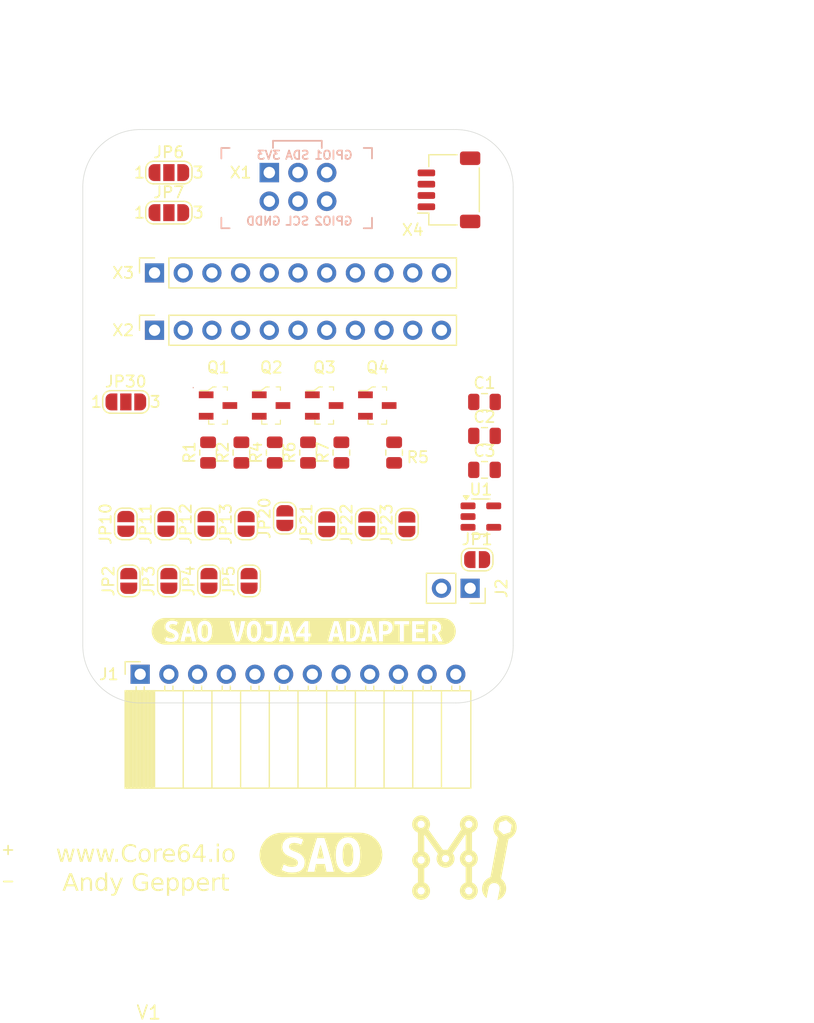
<source format=kicad_pcb>
(kicad_pcb (version 20240108) (generator "pcbnew") (generator_version "8.0")
  (title_block (title "Core4 SAO - PCB Layout") (date "2024-09-23") (rev "0.2") (company "Andy Geppert - Machine Ideas, LLC"))
  (layers (0 "F.Cu" signal) (31 "B.Cu" signal) (34 "B.Paste" user) (35 "F.Paste" user) (36 "B.SilkS" user "B.Silkscreen") (37 "F.SilkS" user "F.Silkscreen") (38 "B.Mask" user) (39 "F.Mask" user) (44 "Edge.Cuts" user))
  (net 0 "")
  (net 1 "VIN")
  (net 2 "/+BATT")
  (net 3 "Net-(U1-BP)")
  (net 4 "GND")
  (net 5 "/3V3R")
  (net 6 "/OUT1")
  (net 7 "/OUT0")
  (net 8 "/SAO_SCL")
  (net 9 "/IN0")
  (net 10 "/SAO_SDA")
  (net 11 "/IN1")
  (net 12 "/IN2")
  (net 13 "/SAO_GPIO1")
  (net 14 "/OUT2")
  (net 15 "/SAO_GPIO2")
  (net 16 "/IN3")
  (net 17 "/OUT3")
  (net 18 "/SPI_DC")
  (net 19 "/SPI_CS1")
  (net 20 "/SPI_CLK")
  (net 21 "/SPI_SDO")
  (net 24 "/SPI_CD")
  (net 25 "/SPI_SDI")
  (net 26 "/SPI_CS2")
  (net 27 "Net-(Q1-B)")
  (net 28 "/{slash}OUT0")
  (net 29 "Net-(Q3-B)")
  (net 30 "/{slash}OUT1")
  (net 31 "/QSPI_D1")
  (net 32 "/QSPI_D2")
  (net 33 "/SPI_RST")
  (footprint "Connector_PinSocket_2.54mm:PinSocket_1x02_P2.54mm_Vertical" (layer "F.Cu") (at 122.7582 146.1656 -90)
    (property "Reference" "J2" (at 0 -2.77 90) (layer "F.SilkS"))
    (property "Value" "BATTERY")
    (pad "1" thru_hole rect (at 0 0 270) (size 1.7 1.7) (drill 1) (layers "*.Cu" "*.Mask") (net 2 "/+BATT"))
    (pad "2" thru_hole oval (at 0 2.54 270) (size 1.7 1.7) (drill 1) (layers "*.Cu" "*.Mask") (net 4 "GND"))
  )
  (footprint "Jumper:SolderJumper-2_P1.3mm_Open_RoundedPad1.0x1.5mm" (layer "F.Cu") (at 92.5382 145.5156 90)
    (property "Reference" "JP2" (at 0 -1.8 90) (layer "F.SilkS"))
    (property "Value" "JP")
    (pad "1" smd custom (at -0.65 0 90) (size 1 0.5) (layers "F.Cu" "F.Mask") (net 6 "/OUT1") (options (clearance outline) (anchor rect)) (primitives (gr_circle (center 0 0.25) (end 0.5 0.25) (width 0) (fill yes)) (gr_circle (center 0 -0.25) (end 0.5 -0.25) (width 0) (fill yes)) (gr_poly (pts (xy 0.5 0.75) (xy 0 0.75) (xy 0 -0.75) (xy 0.5 -0.75)) (width 0) (fill yes))))
    (pad "2" smd custom (at 0.65 0 90) (size 1 0.5) (layers "F.Cu" "F.Mask") (net 6 "/OUT1") (options (clearance outline) (anchor rect)) (primitives (gr_circle (center 0 0.25) (end 0.5 0.25) (width 0) (fill yes)) (gr_circle (center 0 -0.25) (end 0.5 -0.25) (width 0) (fill yes)) (gr_poly (pts (xy 0 0.75) (xy -0.5 0.75) (xy -0.5 -0.75) (xy 0 -0.75)) (width 0) (fill yes))))
  )
  (footprint "digikey-footprints:SOT-23-3" (layer "F.Cu") (at 114.5382 129.9756)
    (property "Reference" "Q4" (at 0.025 -3.375 0) (layer "F.SilkS"))
    (property "Value" "MMBT4401LT1G")
    (pad "1" smd rect (at -1.05 -0.95) (size 1.3 0.6) (layers "F.Cu" "F.Paste" "F.Mask") (net 30 "/{slash}OUT1"))
    (pad "2" smd rect (at -1.05 0.95) (size 1.3 0.6) (layers "F.Cu" "F.Paste" "F.Mask") (net 4 "GND"))
    (pad "3" smd rect (at 1.05 0) (size 1.3 0.6) (layers "F.Cu" "F.Paste" "F.Mask") (net 10 "/SAO_SDA"))
  )
  (footprint "Capacitor_SMD:C_0805_2012Metric" (layer "F.Cu") (at 124.0282 135.6756)
    (property "Reference" "C3" (at 0 -1.68 0) (layer "F.SilkS"))
    (property "Value" "1uF")
    (pad "1" smd roundrect (at -0.95 0) (size 1 1.45) (layers "F.Cu" "F.Paste" "F.Mask") (net 5 "/3V3R"))
    (pad "2" smd roundrect (at 0.95 0) (size 1 1.45) (layers "F.Cu" "F.Paste" "F.Mask") (net 4 "GND"))
  )
  (footprint "Connector_JST:JST_SH_SM04B-SRSS-TB_1x04-1MP_P1.00mm_Horizontal" (layer "F.Cu") (at 120.8832 110.8656 90)
    (property "Reference" "X4" (at -3.55 -3.205 180) (layer "F.SilkS"))
    (property "Value" "QWIIC")
    (pad "1" smd roundrect (at -1.5 -2 90) (size 0.6 1.55) (layers "F.Cu" "F.Paste" "F.Mask") (net 4 "GND"))
    (pad "2" smd roundrect (at -0.5 -2 90) (size 0.6 1.55) (layers "F.Cu" "F.Paste" "F.Mask") (net 1 "VIN"))
    (pad "3" smd roundrect (at 0.5 -2 90) (size 0.6 1.55) (layers "F.Cu" "F.Paste" "F.Mask") (net 10 "/SAO_SDA"))
    (pad "4" smd roundrect (at 1.5 -2 90) (size 0.6 1.55) (layers "F.Cu" "F.Paste" "F.Mask") (net 8 "/SAO_SCL"))
    (pad "MP" smd roundrect (at -2.8 1.875 90) (size 1.2 1.8) (layers "F.Cu" "F.Paste" "F.Mask") (roundrect_rratio 0.208333))
    (pad "MP" smd roundrect (at 2.8 1.875 90) (size 1.2 1.8) (layers "F.Cu" "F.Paste" "F.Mask") (roundrect_rratio 0.208333))
  )
  (footprint "Jumper:SolderJumper-2_P1.3mm_Open_RoundedPad1.0x1.5mm" (layer "F.Cu") (at 99.6382 145.5156 90)
    (property "Reference" "JP4" (at 0 -1.8 90) (layer "F.SilkS"))
    (property "Value" "JP")
    (pad "1" smd custom (at -0.65 0 90) (size 1 0.5) (layers "F.Cu" "F.Mask") (net 9 "/IN0") (options (clearance outline) (anchor rect)) (primitives (gr_circle (center 0 0.25) (end 0.5 0.25) (width 0) (fill yes)) (gr_circle (center 0 -0.25) (end 0.5 -0.25) (width 0) (fill yes)) (gr_poly (pts (xy 0.5 0.75) (xy 0 0.75) (xy 0 -0.75) (xy 0.5 -0.75)) (width 0) (fill yes))))
    (pad "2" smd custom (at 0.65 0 90) (size 1 0.5) (layers "F.Cu" "F.Mask") (net 8 "/SAO_SCL") (options (clearance outline) (anchor rect)) (primitives (gr_circle (center 0 0.25) (end 0.5 0.25) (width 0) (fill yes)) (gr_circle (center 0 -0.25) (end 0.5 -0.25) (width 0) (fill yes)) (gr_poly (pts (xy 0 0.75) (xy -0.5 0.75) (xy -0.5 -0.75) (xy 0 -0.75)) (width 0) (fill yes))))
  )
  (footprint "Andy_Footprint_Library:Badgelife-SAOv169-BADGE-2x3-no-front-text" (layer "F.Cu") (at 107.5182 110.6056)
    (property "Reference" "X1" (at -5.08 -1.27 0) (layer "F.SilkS"))
    (property "Value" "SAO_conn")
    (fp_text user "3V3" (at -2.6 -2.814 0) (layer "B.SilkS") (effects (font (size 0.75 0.75)) (justify mirror)))
    (fp_text user "SCL" (at -0.06 3.028 0) (layer "B.SilkS") (effects (font (size 0.75 0.75)) (justify mirror)))
    (fp_text user "GNDD" (at -3.06 3.028 0) (layer "B.SilkS") (effects (font (size 0.75 0.75)) (justify mirror)))
    (fp_text user "GPIO1" (at 3.14 -2.814 0) (layer "B.SilkS") (effects (font (size 0.75 0.75)) (justify mirror)))
    (fp_text user "GPIO2" (at 3.14 3.028 0) (layer "B.SilkS") (effects (font (size 0.75 0.75)) (justify mirror)))
    (fp_text user "SDA" (at -0.06 -2.814 0) (layer "B.SilkS") (effects (font (size 0.75 0.75)) (justify mirror)))
    (pad "1" thru_hole rect (at -2.54 -1.27 270) (size 1.7272 1.7272) (drill 1.016) (layers "*.Cu" "*.Mask") (net 1 "VIN"))
    (pad "2" thru_hole circle (at -2.54 1.27 270) (size 1.7272 1.7272) (drill 1.016) (layers "*.Cu" "*.Mask") (net 4 "GND"))
    (pad "3" thru_hole oval (at 0 -1.27 270) (size 1.7272 1.7272) (drill 1.016) (layers "*.Cu" "*.Mask") (net 10 "/SAO_SDA"))
    (pad "4" thru_hole oval (at 0 1.27 270) (size 1.7272 1.7272) (drill 1.016) (layers "*.Cu" "*.Mask") (net 8 "/SAO_SCL"))
    (pad "5" thru_hole circle (at 2.54 -1.27 270) (size 1.7272 1.7272) (drill 1.016) (layers "*.Cu" "*.Mask") (net 13 "/SAO_GPIO1"))
    (pad "6" thru_hole circle (at 2.54 1.27 270) (size 1.7272 1.7272) (drill 1.016) (layers "*.Cu" "*.Mask") (net 15 "/SAO_GPIO2"))
  )
  (footprint "digikey-footprints:SOT-23-3" (layer "F.Cu") (at 109.8382 129.9756)
    (property "Reference" "Q3" (at 0.025 -3.375 0) (layer "F.SilkS"))
    (property "Value" "MMBT4401LT1G")
    (pad "1" smd rect (at -1.05 -0.95) (size 1.3 0.6) (layers "F.Cu" "F.Paste" "F.Mask") (net 29 "Net-(Q3-B)"))
    (pad "2" smd rect (at -1.05 0.95) (size 1.3 0.6) (layers "F.Cu" "F.Paste" "F.Mask") (net 4 "GND"))
    (pad "3" smd rect (at 1.05 0) (size 1.3 0.6) (layers "F.Cu" "F.Paste" "F.Mask") (net 30 "/{slash}OUT1"))
  )
  (footprint "Jumper:SolderJumper-2_P1.3mm_Open_RoundedPad1.0x1.5mm" (layer "F.Cu") (at 113.6082 140.4956 90)
    (property "Reference" "JP22" (at 0 -1.8 90) (layer "F.SilkS"))
    (property "Value" "JP")
    (pad "1" smd custom (at -0.65 0 90) (size 1 0.5) (layers "F.Cu" "F.Mask") (net 12 "/IN2") (options (clearance outline) (anchor rect)) (primitives (gr_circle (center 0 0.25) (end 0.5 0.25) (width 0) (fill yes)) (gr_circle (center 0 -0.25) (end 0.5 -0.25) (width 0) (fill yes)) (gr_poly (pts (xy 0.5 0.75) (xy 0 0.75) (xy 0 -0.75) (xy 0.5 -0.75)) (width 0) (fill yes))))
    (pad "2" smd custom (at 0.65 0 90) (size 1 0.5) (layers "F.Cu" "F.Mask") (net 24 "/SPI_CD") (options (clearance outline) (anchor rect)) (primitives (gr_circle (center 0 0.25) (end 0.5 0.25) (width 0) (fill yes)) (gr_circle (center 0 -0.25) (end 0.5 -0.25) (width 0) (fill yes)) (gr_poly (pts (xy 0 0.75) (xy -0.5 0.75) (xy -0.5 -0.75) (xy 0 -0.75)) (width 0) (fill yes))))
  )
  (footprint "kibuzzard-66D35F07" (layer "F.Cu") (at 109.5502 169.7876)
    (property "Reference" "kibuzzard-66D35F07" (hide yes))
    (property "Value" "G***" (hide yes))
  )
  (footprint "Jumper:SolderJumper-2_P1.3mm_Open_RoundedPad1.0x1.5mm" (layer "F.Cu") (at 110.0582 140.4956 90)
    (property "Reference" "JP21" (at 0 -1.8 90) (layer "F.SilkS"))
    (property "Value" "JP")
    (pad "1" smd custom (at -0.65 0 90) (size 1 0.5) (layers "F.Cu" "F.Mask") (net 11 "/IN1") (options (clearance outline) (anchor rect)) (primitives (gr_circle (center 0 0.25) (end 0.5 0.25) (width 0) (fill yes)) (gr_circle (center 0 -0.25) (end 0.5 -0.25) (width 0) (fill yes)) (gr_poly (pts (xy 0.5 0.75) (xy 0 0.75) (xy 0 -0.75) (xy 0.5 -0.75)) (width 0) (fill yes))))
    (pad "2" smd custom (at 0.65 0 90) (size 1 0.5) (layers "F.Cu" "F.Mask") (options (clearance outline) (anchor rect)) (primitives (gr_circle (center 0 0.25) (end 0.5 0.25) (width 0) (fill yes)) (gr_circle (center 0 -0.25) (end 0.5 -0.25) (width 0) (fill yes)) (gr_poly (pts (xy 0 0.75) (xy -0.5 0.75) (xy -0.5 -0.75) (xy 0 -0.75)) (width 0) (fill yes))))
  )
  (footprint "Package_TO_SOT_SMD:SOT-23-5" (layer "F.Cu") (at 123.7082 139.8156)
    (property "Reference" "U1" (at 0 -2.4 0) (layer "F.SilkS"))
    (property "Value" "SSP9193-33M5R")
    (pad "1" smd roundrect (at -1.1375 -0.95) (size 1.325 0.6) (layers "F.Cu" "F.Paste" "F.Mask") (net 2 "/+BATT"))
    (pad "2" smd roundrect (at -1.1375 0) (size 1.325 0.6) (layers "F.Cu" "F.Paste" "F.Mask") (net 4 "GND"))
    (pad "3" smd roundrect (at -1.1375 0.95) (size 1.325 0.6) (layers "F.Cu" "F.Paste" "F.Mask") (net 2 "/+BATT"))
    (pad "4" smd roundrect (at 1.1375 0.95) (size 1.325 0.6) (layers "F.Cu" "F.Paste" "F.Mask") (net 3 "Net-(U1-BP)"))
    (pad "5" smd roundrect (at 1.1375 -0.95) (size 1.325 0.6) (layers "F.Cu" "F.Paste" "F.Mask") (net 5 "/3V3R"))
  )
  (footprint "Andy_Footprint_Library:Machine_Ideas_logo" (layer "F.Cu") (at 122.682444 170.28624)
    (property "Reference" "L1" (hide yes))
    (property "Value" "~" (hide yes))
  )
  (footprint "Jumper:SolderJumper-2_P1.3mm_Open_RoundedPad1.0x1.5mm" (layer "F.Cu") (at 102.9282 140.4656 90)
    (property "Reference" "JP13" (at 0 -1.8 90) (layer "F.SilkS"))
    (property "Value" "JP")
    (pad "1" smd custom (at -0.65 0 90) (size 1 0.5) (layers "F.Cu" "F.Mask") (net 17 "/OUT3") (options (clearance outline) (anchor rect)) (primitives (gr_circle (center 0 0.25) (end 0.5 0.25) (width 0) (fill yes)) (gr_circle (center 0 -0.25) (end 0.5 -0.25) (width 0) (fill yes)) (gr_poly (pts (xy 0.5 0.75) (xy 0 0.75) (xy 0 -0.75) (xy 0.5 -0.75)) (width 0) (fill yes))))
    (pad "2" smd custom (at 0.65 0 90) (size 1 0.5) (layers "F.Cu" "F.Mask") (net 21 "/SPI_SDO") (options (clearance outline) (anchor rect)) (primitives (gr_circle (center 0 0.25) (end 0.5 0.25) (width 0) (fill yes)) (gr_circle (center 0 -0.25) (end 0.5 -0.25) (width 0) (fill yes)) (gr_poly (pts (xy 0 0.75) (xy -0.5 0.75) (xy -0.5 -0.75) (xy 0 -0.75)) (width 0) (fill yes))))
  )
  (footprint "Capacitor_SMD:C_0805_2012Metric" (layer "F.Cu") (at 124.0282 129.6556)
    (property "Reference" "C1" (at 0 -1.68 0) (layer "F.SilkS"))
    (property "Value" "1uF")
    (pad "1" smd roundrect (at -0.95 0) (size 1 1.45) (layers "F.Cu" "F.Paste" "F.Mask") (net 2 "/+BATT"))
    (pad "2" smd roundrect (at 0.95 0) (size 1 1.45) (layers "F.Cu" "F.Paste" "F.Mask") (net 4 "GND"))
  )
  (footprint "Resistor_SMD:R_0805_2012Metric" (layer "F.Cu") (at 108.4082 134.1431 90)
    (property "Reference" "R6" (at 0 -1.65 90) (layer "F.SilkS"))
    (property "Value" "3K3")
    (pad "1" smd roundrect (at -0.9125 0 90) (size 1.025 1.4) (layers "F.Cu" "F.Paste" "F.Mask") (roundrect_rratio 0.243902) (net 1 "VIN"))
    (pad "2" smd roundrect (at 0.9125 0 90) (size 1.025 1.4) (layers "F.Cu" "F.Paste" "F.Mask") (roundrect_rratio 0.243902) (net 30 "/{slash}OUT1"))
  )
  (footprint "digikey-footprints:SOT-23-3" (layer "F.Cu") (at 105.1382 129.9756)
    (property "Reference" "Q2" (at 0.025 -3.375 0) (layer "F.SilkS"))
    (property "Value" "MMBT4401LT1G")
    (pad "1" smd rect (at -1.05 -0.95) (size 1.3 0.6) (layers "F.Cu" "F.Paste" "F.Mask") (net 28 "/{slash}OUT0"))
    (pad "2" smd rect (at -1.05 0.95) (size 1.3 0.6) (layers "F.Cu" "F.Paste" "F.Mask") (net 4 "GND"))
    (pad "3" smd rect (at 1.05 0) (size 1.3 0.6) (layers "F.Cu" "F.Paste" "F.Mask") (net 8 "/SAO_SCL"))
  )
  (footprint "Resistor_SMD:R_0805_2012Metric" (layer "F.Cu") (at 99.5582 134.1431 90)
    (property "Reference" "R1" (at 0 -1.65 90) (layer "F.SilkS"))
    (property "Value" "3K3")
    (pad "1" smd roundrect (at -0.9125 0 90) (size 1.025 1.4) (layers "F.Cu" "F.Paste" "F.Mask") (roundrect_rratio 0.243902) (net 1 "VIN"))
    (pad "2" smd roundrect (at 0.9125 0 90) (size 1.025 1.4) (layers "F.Cu" "F.Paste" "F.Mask") (roundrect_rratio 0.243902) (net 28 "/{slash}OUT0"))
  )
  (footprint "Resistor_SMD:R_0805_2012Metric" (layer "F.Cu") (at 102.5082 134.1431 90)
    (property "Reference" "R2" (at 0 -1.65 90) (layer "F.SilkS"))
    (property "Value" "3K3")
    (pad "1" smd roundrect (at -0.9125 0 90) (size 1.025 1.4) (layers "F.Cu" "F.Paste" "F.Mask") (roundrect_rratio 0.243902) (net 1 "VIN"))
    (pad "2" smd roundrect (at 0.9125 0 90) (size 1.025 1.4) (layers "F.Cu" "F.Paste" "F.Mask") (roundrect_rratio 0.243902) (net 8 "/SAO_SCL"))
  )
  (footprint "Jumper:SolderJumper-2_P1.3mm_Open_RoundedPad1.0x1.5mm" (layer "F.Cu") (at 96.0882 145.5156 90)
    (property "Reference" "JP3" (at 0 -1.8 90) (layer "F.SilkS"))
    (property "Value" "JP")
    (pad "1" smd custom (at -0.65 0 90) (size 1 0.5) (layers "F.Cu" "F.Mask") (net 7 "/OUT0") (options (clearance outline) (anchor rect)) (primitives (gr_circle (center 0 0.25) (end 0.5 0.25) (width 0) (fill yes)) (gr_circle (center 0 -0.25) (end 0.5 -0.25) (width 0) (fill yes)) (gr_poly (pts (xy 0.5 0.75) (xy 0 0.75) (xy 0 -0.75) (xy 0.5 -0.75)) (width 0) (fill yes))))
    (pad "2" smd custom (at 0.65 0 90) (size 1 0.5) (layers "F.Cu" "F.Mask") (net 7 "/OUT0") (options (clearance outline) (anchor rect)) (primitives (gr_circle (center 0 0.25) (end 0.5 0.25) (width 0) (fill yes)) (gr_circle (center 0 -0.25) (end 0.5 -0.25) (width 0) (fill yes)) (gr_poly (pts (xy 0 0.75) (xy -0.5 0.75) (xy -0.5 -0.75) (xy 0 -0.75)) (width 0) (fill yes))))
  )
  (footprint "Jumper:SolderJumper-3_P1.3mm_Open_RoundedPad1.0x1.5mm_NumberLabels" (layer "F.Cu") (at 96.0882 112.8856)
    (property "Reference" "JP7" (at 0 -1.8 0) (layer "F.SilkS"))
    (property "Value" "SolderJumper_3_Open")
    (fp_text user "3" (at 2.6 0 0) (layer "F.SilkS"))
    (fp_text user "1" (at -2.6 0 0) (layer "F.SilkS"))
    (pad "1" smd custom (at -1.3 0) (size 1 0.5) (layers "F.Cu" "F.Mask") (net 16 "/IN3") (options (clearance outline) (anchor rect)) (primitives (gr_circle (center 0 0.25) (end 0.5 0.25) (width 0) (fill yes)) (gr_circle (center 0 -0.25) (end 0.5 -0.25) (width 0) (fill yes)) (gr_poly (pts (xy 0.55 0.75) (xy 0 0.75) (xy 0 -0.75) (xy 0.55 -0.75)) (width 0) (fill yes))))
    (pad "2" smd rect (at 0 0) (size 1 1.5) (layers "F.Cu" "F.Mask") (net 15 "/SAO_GPIO2"))
    (pad "3" smd custom (at 1.3 0) (size 1 0.5) (layers "F.Cu" "F.Mask") (net 17 "/OUT3") (options (clearance outline) (anchor rect)) (primitives (gr_circle (center 0 0.25) (end 0.5 0.25) (width 0) (fill yes)) (gr_circle (center 0 -0.25) (end 0.5 -0.25) (width 0) (fill yes)) (gr_poly (pts (xy 0 0.75) (xy -0.55 0.75) (xy -0.55 -0.75) (xy 0 -0.75)) (width 0) (fill yes))))
  )
  (footprint "digikey-footprints:SOT-23-3" (layer "F.Cu") (at 100.4382 129.9756)
    (property "Reference" "Q1" (at 0.025 -3.375 0) (layer "F.SilkS"))
    (property "Value" "MMBT4401LT1G")
    (pad "1" smd rect (at -1.05 -0.95) (size 1.3 0.6) (layers "F.Cu" "F.Paste" "F.Mask") (net 27 "Net-(Q1-B)"))
    (pad "2" smd rect (at -1.05 0.95) (size 1.3 0.6) (layers "F.Cu" "F.Paste" "F.Mask") (net 4 "GND"))
    (pad "3" smd rect (at 1.05 0) (size 1.3 0.6) (layers "F.Cu" "F.Paste" "F.Mask") (net 28 "/{slash}OUT0"))
  )
  (footprint "Jumper:SolderJumper-2_P1.3mm_Open_RoundedPad1.0x1.5mm" (layer "F.Cu") (at 103.1882 145.5156 90)
    (property "Reference" "JP5" (at 0 -1.8 90) (layer "F.SilkS"))
    (property "Value" "JP")
    (pad "1" smd custom (at -0.65 0 90) (size 1 0.5) (layers "F.Cu" "F.Mask") (net 11 "/IN1") (options (clearance outline) (anchor rect)) (primitives (gr_circle (center 0 0.25) (end 0.5 0.25) (width 0) (fill yes)) (gr_circle (center 0 -0.25) (end 0.5 -0.25) (width 0) (fill yes)) (gr_poly (pts (xy 0.5 0.75) (xy 0 0.75) (xy 0 -0.75) (xy 0.5 -0.75)) (width 0) (fill yes))))
    (pad "2" smd custom (at 0.65 0 90) (size 1 0.5) (layers "F.Cu" "F.Mask") (net 10 "/SAO_SDA") (options (clearance outline) (anchor rect)) (primitives (gr_circle (center 0 0.25) (end 0.5 0.25) (width 0) (fill yes)) (gr_circle (center 0 -0.25) (end 0.5 -0.25) (width 0) (fill yes)) (gr_poly (pts (xy 0 0.75) (xy -0.5 0.75) (xy -0.5 -0.75) (xy 0 -0.75)) (width 0) (fill yes))))
  )
  (footprint "Connector_PinSocket_2.54mm:PinSocket_1x11_P2.54mm_Vertical" (layer "F.Cu") (at 94.8182 118.2256 90)
    (property "Reference" "X3" (at 0 -2.77 180) (layer "F.SilkS"))
    (property "Value" "HEADER_11-PIN_0.1")
    (pad "1" thru_hole rect (at 0 0 90) (size 1.7 1.7) (drill 1) (layers "*.Cu" "*.Mask") (net 21 "/SPI_SDO"))
    (pad "2" thru_hole oval (at 0 2.54 90) (size 1.7 1.7) (drill 1) (layers "*.Cu" "*.Mask") (net 20 "/SPI_CLK"))
    (pad "3" thru_hole oval (at 0 5.08 90) (size 1.7 1.7) (drill 1) (layers "*.Cu" "*.Mask") (net 18 "/SPI_DC"))
    (pad "4" thru_hole oval (at 0 7.62 90) (size 1.7 1.7) (drill 1) (layers "*.Cu" "*.Mask") (net 33 "/SPI_RST"))
    (pad "5" thru_hole oval (at 0 10.16 90) (size 1.7 1.7) (drill 1) (layers "*.Cu" "*.Mask") (net 26 "/SPI_CS2"))
    (pad "6" thru_hole oval (at 0 12.7 90) (size 1.7 1.7) (drill 1) (layers "*.Cu" "*.Mask") (net 19 "/SPI_CS1"))
    (pad "7" thru_hole oval (at 0 15.24 90) (size 1.7 1.7) (drill 1) (layers "*.Cu" "*.Mask") (net 25 "/SPI_SDI"))
    (pad "8" thru_hole oval (at 0 17.78 90) (size 1.7 1.7) (drill 1) (layers "*.Cu" "*.Mask") (net 24 "/SPI_CD"))
    (pad "9" thru_hole oval (at 0 20.32 90) (size 1.7 1.7) (drill 1) (layers "*.Cu" "*.Mask"))
    (pad "10" thru_hole oval (at 0 22.86 90) (size 1.7 1.7) (drill 1) (layers "*.Cu" "*.Mask") (net 1 "VIN"))
    (pad "11" thru_hole oval (at 0 25.4 90) (size 1.7 1.7) (drill 1) (layers "*.Cu" "*.Mask") (net 4 "GND"))
  )
  (footprint "Jumper:SolderJumper-3_P1.3mm_Open_RoundedPad1.0x1.5mm_NumberLabels" (layer "F.Cu") (at 96.0882 109.3356)
    (property "Reference" "JP6" (at 0 -1.8 0) (layer "F.SilkS"))
    (property "Value" "SolderJumper_3_Open")
    (fp_text user "3" (at 2.6 0 0) (layer "F.SilkS"))
    (fp_text user "1" (at -2.6 0 0) (layer "F.SilkS"))
    (pad "1" smd custom (at -1.3 0) (size 1 0.5) (layers "F.Cu" "F.Mask") (net 12 "/IN2") (options (clearance outline) (anchor rect)) (primitives (gr_circle (center 0 0.25) (end 0.5 0.25) (width 0) (fill yes)) (gr_circle (center 0 -0.25) (end 0.5 -0.25) (width 0) (fill yes)) (gr_poly (pts (xy 0.55 0.75) (xy 0 0.75) (xy 0 -0.75) (xy 0.55 -0.75)) (width 0) (fill yes))))
    (pad "2" smd rect (at 0 0) (size 1 1.5) (layers "F.Cu" "F.Mask") (net 13 "/SAO_GPIO1"))
    (pad "3" smd custom (at 1.3 0) (size 1 0.5) (layers "F.Cu" "F.Mask") (net 14 "/OUT2") (options (clearance outline) (anchor rect)) (primitives (gr_circle (center 0 0.25) (end 0.5 0.25) (width 0) (fill yes)) (gr_circle (center 0 -0.25) (end 0.5 -0.25) (width 0) (fill yes)) (gr_poly (pts (xy 0 0.75) (xy -0.55 0.75) (xy -0.55 -0.75) (xy 0 -0.75)) (width 0) (fill yes))))
  )
  (footprint "Resistor_SMD:R_0805_2012Metric" (layer "F.Cu") (at 111.3582 134.1431 90)
    (property "Reference" "R7" (at 0 -1.65 90) (layer "F.SilkS"))
    (property "Value" "3K3")
    (pad "1" smd roundrect (at -0.9125 0 90) (size 1.025 1.4) (layers "F.Cu" "F.Paste" "F.Mask") (roundrect_rratio 0.243902) (net 1 "VIN"))
    (pad "2" smd roundrect (at 0.9125 0 90) (size 1.025 1.4) (layers "F.Cu" "F.Paste" "F.Mask") (roundrect_rratio 0.243902) (net 10 "/SAO_SDA"))
  )
  (footprint "Resistor_SMD:R_0805_2012Metric" (layer "F.Cu") (at 116.0282 134.1431 -90)
    (property "Reference" "R5" (at 0.415 -2.098 0) (layer "F.SilkS"))
    (property "Value" "470")
    (pad "1" smd roundrect (at -0.9125 0 270) (size 1.025 1.4) (layers "F.Cu" "F.Paste" "F.Mask") (roundrect_rratio 0.243902) (net 27 "Net-(Q1-B)"))
    (pad "2" smd roundrect (at 0.9125 0 270) (size 1.025 1.4) (layers "F.Cu" "F.Paste" "F.Mask") (roundrect_rratio 0.243902) (net 7 "/OUT0"))
  )
  (footprint "Jumper:SolderJumper-2_P1.3mm_Open_RoundedPad1.0x1.5mm" (layer "F.Cu") (at 99.3782 140.4656 90)
    (property "Reference" "JP12" (at 0 -1.8 90) (layer "F.SilkS"))
    (property "Value" "JP")
    (pad "1" smd custom (at -0.65 0 90) (size 1 0.5) (layers "F.Cu" "F.Mask") (net 14 "/OUT2") (options (clearance outline) (anchor rect)) (primitives (gr_circle (center 0 0.25) (end 0.5 0.25) (width 0) (fill yes)) (gr_circle (center 0 -0.25) (end 0.5 -0.25) (width 0) (fill yes)) (gr_poly (pts (xy 0.5 0.75) (xy 0 0.75) (xy 0 -0.75) (xy 0.5 -0.75)) (width 0) (fill yes))))
    (pad "2" smd custom (at 0.65 0 90) (size 1 0.5) (layers "F.Cu" "F.Mask") (net 20 "/SPI_CLK") (options (clearance outline) (anchor rect)) (primitives (gr_circle (center 0 0.25) (end 0.5 0.25) (width 0) (fill yes)) (gr_circle (center 0 -0.25) (end 0.5 -0.25) (width 0) (fill yes)) (gr_poly (pts (xy 0 0.75) (xy -0.5 0.75) (xy -0.5 -0.75) (xy 0 -0.75)) (width 0) (fill yes))))
  )
  (footprint "kibuzzard-67170228" (layer "F.Cu") (at 108.0262 149.9756)
    (property "Reference" "kibuzzard-67170228" (hide yes))
    (property "Value" "G***" (hide yes))
  )
  (footprint "Resistor_SMD:R_0805_2012Metric" (layer "F.Cu") (at 105.4582 134.1431 90)
    (property "Reference" "R4" (at 0 -1.65 90) (layer "F.SilkS"))
    (property "Value" "470")
    (pad "1" smd roundrect (at -0.9125 0 90) (size 1.025 1.4) (layers "F.Cu" "F.Paste" "F.Mask") (roundrect_rratio 0.243902) (net 29 "Net-(Q3-B)"))
    (pad "2" smd roundrect (at 0.9125 0 90) (size 1.025 1.4) (layers "F.Cu" "F.Paste" "F.Mask") (roundrect_rratio 0.243902) (net 6 "/OUT1"))
  )
  (footprint "Jumper:SolderJumper-2_P1.3mm_Open_RoundedPad1.0x1.5mm" (layer "F.Cu") (at 123.3782 143.6256)
    (property "Reference" "JP1" (at 0 -1.8 0) (layer "F.SilkS"))
    (property "Value" "VSEL")
    (pad "1" smd custom (at -0.65 0) (size 1 0.5) (layers "F.Cu" "F.Mask") (net 5 "/3V3R") (options (clearance outline) (anchor rect)) (primitives (gr_circle (center 0 0.25) (end 0.5 0.25) (width 0) (fill yes)) (gr_circle (center 0 -0.25) (end 0.5 -0.25) (width 0) (fill yes)) (gr_poly (pts (xy 0.5 0.75) (xy 0 0.75) (xy 0 -0.75) (xy 0.5 -0.75)) (width 0) (fill yes))))
    (pad "2" smd custom (at 0.65 0) (size 1 0.5) (layers "F.Cu" "F.Mask") (net 1 "VIN") (options (clearance outline) (anchor rect)) (primitives (gr_circle (center 0 0.25) (end 0.5 0.25) (width 0) (fill yes)) (gr_circle (center 0 -0.25) (end 0.5 -0.25) (width 0) (fill yes)) (gr_poly (pts (xy 0 0.75) (xy -0.5 0.75) (xy -0.5 -0.75) (xy 0 -0.75)) (width 0) (fill yes))))
  )
  (footprint "Connector_PinSocket_2.54mm:PinSocket_1x11_P2.54mm_Vertical" (layer "F.Cu") (at 94.8182 123.3056 90)
    (property "Reference" "X2" (at 0 -2.77 180) (layer "F.SilkS"))
    (property "Value" "Header_11-PIN_0.1")
    (pad "1" thru_hole rect (at 0 0 90) (size 1.7 1.7) (drill 1) (layers "*.Cu" "*.Mask") (net 26 "/SPI_CS2"))
    (pad "2" thru_hole oval (at 0 2.54 90) (size 1.7 1.7) (drill 1) (layers "*.Cu" "*.Mask") (net 33 "/SPI_RST"))
    (pad "3" thru_hole oval (at 0 5.08 90) (size 1.7 1.7) (drill 1) (layers "*.Cu" "*.Mask") (net 24 "/SPI_CD"))
    (pad "4" thru_hole oval (at 0 7.62 90) (size 1.7 1.7) (drill 1) (layers "*.Cu" "*.Mask") (net 32 "/QSPI_D2"))
    (pad "5" thru_hole oval (at 0 10.16 90) (size 1.7 1.7) (drill 1) (layers "*.Cu" "*.Mask") (net 31 "/QSPI_D1"))
    (pad "6" thru_hole oval (at 0 12.7 90) (size 1.7 1.7) (drill 1) (layers "*.Cu" "*.Mask") (net 19 "/SPI_CS1"))
    (pad "7" thru_hole oval (at 0 15.24 90) (size 1.7 1.7) (drill 1) (layers "*.Cu" "*.Mask") (net 21 "/SPI_SDO"))
    (pad "8" thru_hole oval (at 0 17.78 90) (size 1.7 1.7) (drill 1) (layers "*.Cu" "*.Mask") (net 25 "/SPI_SDI"))
    (pad "9" thru_hole oval (at 0 20.32 90) (size 1.7 1.7) (drill 1) (layers "*.Cu" "*.Mask") (net 20 "/SPI_CLK"))
    (pad "10" thru_hole oval (at 0 22.86 90) (size 1.7 1.7) (drill 1) (layers "*.Cu" "*.Mask") (net 4 "GND"))
    (pad "11" thru_hole oval (at 0 25.4 90) (size 1.7 1.7) (drill 1) (layers "*.Cu" "*.Mask") (net 1 "VIN"))
  )
  (footprint "Connector_PinSocket_2.54mm:PinSocket_1x12_P2.54mm_Horizontal" (layer "F.Cu") (at 93.5482 153.7856 90)
    (property "Reference" "J1" (at 0 -2.77 180) (layer "F.SilkS"))
    (property "Value" "Conn_01x12_Socket")
    (pad "1" thru_hole rect (at 0 0 90) (size 1.7 1.7) (drill 1) (layers "*.Cu" "*.Mask") (net 4 "GND"))
    (pad "2" thru_hole oval (at 0 2.54 90) (size 1.7 1.7) (drill 1) (layers "*.Cu" "*.Mask") (net 16 "/IN3"))
    (pad "3" thru_hole oval (at 0 5.08 90) (size 1.7 1.7) (drill 1) (layers "*.Cu" "*.Mask") (net 12 "/IN2"))
    (pad "4" thru_hole oval (at 0 7.62 90) (size 1.7 1.7) (drill 1) (layers "*.Cu" "*.Mask") (net 11 "/IN1"))
    (pad "5" thru_hole oval (at 0 10.16 90) (size 1.7 1.7) (drill 1) (layers "*.Cu" "*.Mask") (net 9 "/IN0"))
    (pad "6" thru_hole oval (at 0 12.7 90) (size 1.7 1.7) (drill 1) (layers "*.Cu" "*.Mask") (net 17 "/OUT3"))
    (pad "7" thru_hole oval (at 0 15.24 90) (size 1.7 1.7) (drill 1) (layers "*.Cu" "*.Mask") (net 14 "/OUT2"))
    (pad "8" thru_hole oval (at 0 17.78 90) (size 1.7 1.7) (drill 1) (layers "*.Cu" "*.Mask") (net 6 "/OUT1"))
    (pad "9" thru_hole oval (at 0 20.32 90) (size 1.7 1.7) (drill 1) (layers "*.Cu" "*.Mask") (net 7 "/OUT0"))
    (pad "10" thru_hole oval (at 0 22.86 90) (size 1.7 1.7) (drill 1) (layers "*.Cu" "*.Mask") (net 4 "GND"))
    (pad "11" thru_hole oval (at 0 25.4 90) (size 1.7 1.7) (drill 1) (layers "*.Cu" "*.Mask") (net 1 "VIN"))
    (pad "12" thru_hole oval (at 0 27.94 90) (size 1.7 1.7) (drill 1) (layers "*.Cu" "*.Mask"))
  )
  (footprint "Jumper:SolderJumper-2_P1.3mm_Open_RoundedPad1.0x1.5mm" (layer "F.Cu") (at 117.1582 140.4956 90)
    (property "Reference" "JP23" (at 0 -1.8 90) (layer "F.SilkS"))
    (property "Value" "JP")
    (pad "1" smd custom (at -0.65 0 90) (size 1 0.5) (layers "F.Cu" "F.Mask") (net 16 "/IN3") (options (clearance outline) (anchor rect)) (primitives (gr_circle (center 0 0.25) (end 0.5 0.25) (width 0) (fill yes)) (gr_circle (center 0 -0.25) (end 0.5 -0.25) (width 0) (fill yes)) (gr_poly (pts (xy 0.5 0.75) (xy 0 0.75) (xy 0 -0.75) (xy 0.5 -0.75)) (width 0) (fill yes))))
    (pad "2" smd custom (at 0.65 0 90) (size 1 0.5) (layers "F.Cu" "F.Mask") (net 25 "/SPI_SDI") (options (clearance outline) (anchor rect)) (primitives (gr_circle (center 0 0.25) (end 0.5 0.25) (width 0) (fill yes)) (gr_circle (center 0 -0.25) (end 0.5 -0.25) (width 0) (fill yes)) (gr_poly (pts (xy 0 0.75) (xy -0.5 0.75) (xy -0.5 -0.75) (xy 0 -0.75)) (width 0) (fill yes))))
  )
  (footprint "Jumper:SolderJumper-2_P1.3mm_Open_RoundedPad1.0x1.5mm" (layer "F.Cu") (at 92.2782 140.4656 90)
    (property "Reference" "JP10" (at 0 -1.8 90) (layer "F.SilkS"))
    (property "Value" "JP")
    (pad "1" smd custom (at -0.65 0 90) (size 1 0.5) (layers "F.Cu" "F.Mask") (net 7 "/OUT0") (options (clearance outline) (anchor rect)) (primitives (gr_circle (center 0 0.25) (end 0.5 0.25) (width 0) (fill yes)) (gr_circle (center 0 -0.25) (end 0.5 -0.25) (width 0) (fill yes)) (gr_poly (pts (xy 0.5 0.75) (xy 0 0.75) (xy 0 -0.75) (xy 0.5 -0.75)) (width 0) (fill yes))))
    (pad "2" smd custom (at 0.65 0 90) (size 1 0.5) (layers "F.Cu" "F.Mask") (net 18 "/SPI_DC") (options (clearance outline) (anchor rect)) (primitives (gr_circle (center 0 0.25) (end 0.5 0.25) (width 0) (fill yes)) (gr_circle (center 0 -0.25) (end 0.5 -0.25) (width 0) (fill yes)) (gr_poly (pts (xy 0 0.75) (xy -0.5 0.75) (xy -0.5 -0.75) (xy 0 -0.75)) (width 0) (fill yes))))
  )
  (footprint "Jumper:SolderJumper-3_P1.3mm_Open_RoundedPad1.0x1.5mm_NumberLabels" (layer "F.Cu") (at 92.2782 129.6556)
    (property "Reference" "JP30" (at 0 -1.8 0) (layer "F.SilkS"))
    (property "Value" "SolderJumper_3_Open")
    (fp_text user "3" (at 2.6 0 0) (layer "F.SilkS"))
    (fp_text user "1" (at -2.6 0 0) (layer "F.SilkS"))
    (pad "1" smd custom (at -1.3 0) (size 1 0.5) (layers "F.Cu" "F.Mask") (net 19 "/SPI_CS1") (options (clearance outline) (anchor rect)) (primitives (gr_circle (center 0 0.25) (end 0.5 0.25) (width 0) (fill yes)) (gr_circle (center 0 -0.25) (end 0.5 -0.25) (width 0) (fill yes)) (gr_poly (pts (xy 0.55 0.75) (xy 0 0.75) (xy 0 -0.75) (xy 0.55 -0.75)) (width 0) (fill yes))))
    (pad "2" smd rect (at 0 0) (size 1 1.5) (layers "F.Cu" "F.Mask") (net 19 "/SPI_CS1"))
    (pad "3" smd custom (at 1.3 0) (size 1 0.5) (layers "F.Cu" "F.Mask") (net 26 "/SPI_CS2") (options (clearance outline) (anchor rect)) (primitives (gr_circle (center 0 0.25) (end 0.5 0.25) (width 0) (fill yes)) (gr_circle (center 0 -0.25) (end 0.5 -0.25) (width 0) (fill yes)) (gr_poly (pts (xy 0 0.75) (xy -0.55 0.75) (xy -0.55 -0.75) (xy 0 -0.75)) (width 0) (fill yes))))
  )
  (footprint "Jumper:SolderJumper-2_P1.3mm_Open_RoundedPad1.0x1.5mm" (layer "F.Cu") (at 106.3552 139.9521 90)
    (property "Reference" "JP20" (at 0 -1.8 90) (layer "F.SilkS"))
    (property "Value" "JP")
    (pad "1" smd custom (at -0.65 0 90) (size 1 0.5) (layers "F.Cu" "F.Mask") (net 9 "/IN0") (options (clearance outline) (anchor rect)) (primitives (gr_circle (center 0 0.25) (end 0.5 0.25) (width 0) (fill yes)) (gr_circle (center 0 -0.25) (end 0.5 -0.25) (width 0) (fill yes)) (gr_poly (pts (xy 0.5 0.75) (xy 0 0.75) (xy 0 -0.75) (xy 0.5 -0.75)) (width 0) (fill yes))))
    (pad "2" smd custom (at 0.65 0 90) (size 1 0.5) (layers "F.Cu" "F.Mask") (options (clearance outline) (anchor rect)) (primitives (gr_circle (center 0 0.25) (end 0.5 0.25) (width 0) (fill yes)) (gr_circle (center 0 -0.25) (end 0.5 -0.25) (width 0) (fill yes)) (gr_poly (pts (xy 0 0.75) (xy -0.5 0.75) (xy -0.5 -0.75) (xy 0 -0.75)) (width 0) (fill yes))))
  )
  (footprint "Capacitor_SMD:C_0805_2012Metric" (layer "F.Cu") (at 124.0282 132.6656)
    (property "Reference" "C2" (at 0 -1.68 0) (layer "F.SilkS"))
    (property "Value" "0.01uF")
    (pad "1" smd roundrect (at -0.95 0) (size 1 1.45) (layers "F.Cu" "F.Paste" "F.Mask") (net 3 "Net-(U1-BP)"))
    (pad "2" smd roundrect (at 0.95 0) (size 1 1.45) (layers "F.Cu" "F.Paste" "F.Mask") (net 4 "GND"))
  )
  (footprint "Jumper:SolderJumper-2_P1.3mm_Open_RoundedPad1.0x1.5mm" (layer "F.Cu") (at 95.8282 140.4656 90)
    (property "Reference" "JP11" (at 0 -1.8 90) (layer "F.SilkS"))
    (property "Value" "JP")
    (pad "1" smd custom (at -0.65 0 90) (size 1 0.5) (layers "F.Cu" "F.Mask") (net 6 "/OUT1") (options (clearance outline) (anchor rect)) (primitives (gr_circle (center 0 0.25) (end 0.5 0.25) (width 0) (fill yes)) (gr_circle (center 0 -0.25) (end 0.5 -0.25) (width 0) (fill yes)) (gr_poly (pts (xy 0.5 0.75) (xy 0 0.75) (xy 0 -0.75) (xy 0.5 -0.75)) (width 0) (fill yes))))
    (pad "2" smd custom (at 0.65 0 90) (size 1 0.5) (layers "F.Cu" "F.Mask") (net 19 "/SPI_CS1") (options (clearance outline) (anchor rect)) (primitives (gr_circle (center 0 0.25) (end 0.5 0.25) (width 0) (fill yes)) (gr_circle (center 0 -0.25) (end 0.5 -0.25) (width 0) (fill yes)) (gr_poly (pts (xy 0 0.75) (xy -0.5 0.75) (xy -0.5 -0.75) (xy 0 -0.75)) (width 0) (fill yes))))
  )
  (gr_line (start 98.2482 128.3906) (end 98.2482 128.3906) (stroke (width 0.12)) (layer "B.SilkS"))
  (gr_line (start 88.4682 151.2456) (end 88.4682 110.6056) (stroke (width 0.05)) (layer "Edge.Cuts"))
  (gr_arc (start 121.4882 105.5256) (mid 125.080302 107.013498) (end 126.5682 110.6056) (stroke (width 0.05)) (layer "Edge.Cuts"))
  (gr_line (start 93.5482 156.3256) (end 121.4882 156.3256) (stroke (width 0.05)) (layer "Edge.Cuts"))
  (gr_arc (start 88.4682 110.6056) (mid 89.956098 107.013498) (end 93.5482 105.5256) (stroke (width 0.05)) (layer "Edge.Cuts"))
  (gr_arc (start 126.5682 151.2456) (mid 125.080302 154.837702) (end 121.4882 156.3256) (stroke (width 0.05)) (layer "Edge.Cuts"))
  (gr_arc (start 93.5482 156.3256) (mid 89.956098 154.837702) (end 88.4682 151.2456) (stroke (width 0.05)) (layer "Edge.Cuts"))
  (gr_line (start 126.5682 110.6056) (end 126.5682 151.2456) (stroke (width 0.05)) (layer "Edge.Cuts"))
  (gr_line (start 93.5482 105.5256) (end 121.4882 105.5256) (stroke (width 0.05)) (layer "Edge.Cuts"))
  (gr_text "www.Core64.io\nAndy Geppert" (at 94.0562 171.0576 0) (layer "F.SilkS") (effects (font (size 1.524 1.524) (thickness 0.2032))))
  (gr_text "+" (at 81.138104 169.2796 -0) (layer "F.SilkS") (effects (font (size 1 1)) (justify left)))
  (gr_text "-" (at 81.138104 172.0736 -0) (layer "F.SilkS") (effects (font (size 1 1)) (justify left)))
  (gr_text "V1" (at 94.3102 183.7576 0) (layer "F.SilkS") (effects (font (size 1.2 1.2))))
)
</source>
